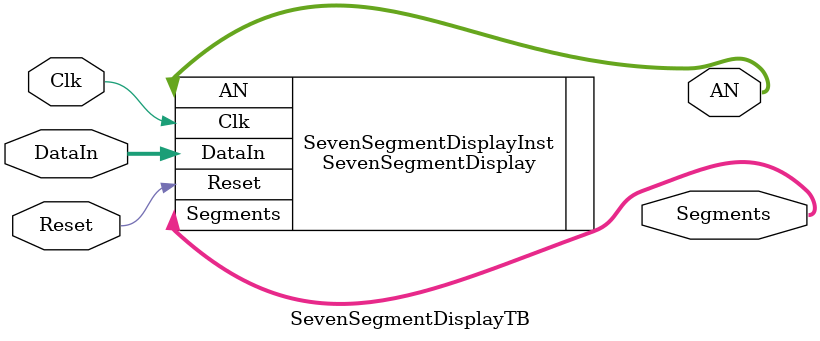
<source format=v>
`timescale 1ns / 1ps


module SevenSegmentDisplayTB (
    input wire [15:0] DataIn,
    input wire Clk,
    input wire Reset,
    output wire [7:0] Segments,
    output wire [3:0] AN
);
  SevenSegmentDisplay #(
      .ControllerClockCycle  (100),
      .ControllerCounterWidth(10)
  ) SevenSegmentDisplayInst (
      .DataIn  (DataIn),
      .Clk     (Clk),
      .Reset   (Reset),
      .Segments(Segments),
      .AN      (AN)
  );
  // cocotb dump waveforms
`ifdef COCOTB_SIM
  initial begin
    $dumpfile("waveform.vcd");  // Name of the dump file
    $dumpvars(0, SevenSegmentDisplayTB);  // Dump all variables for the top module
  end
`endif
endmodule

</source>
